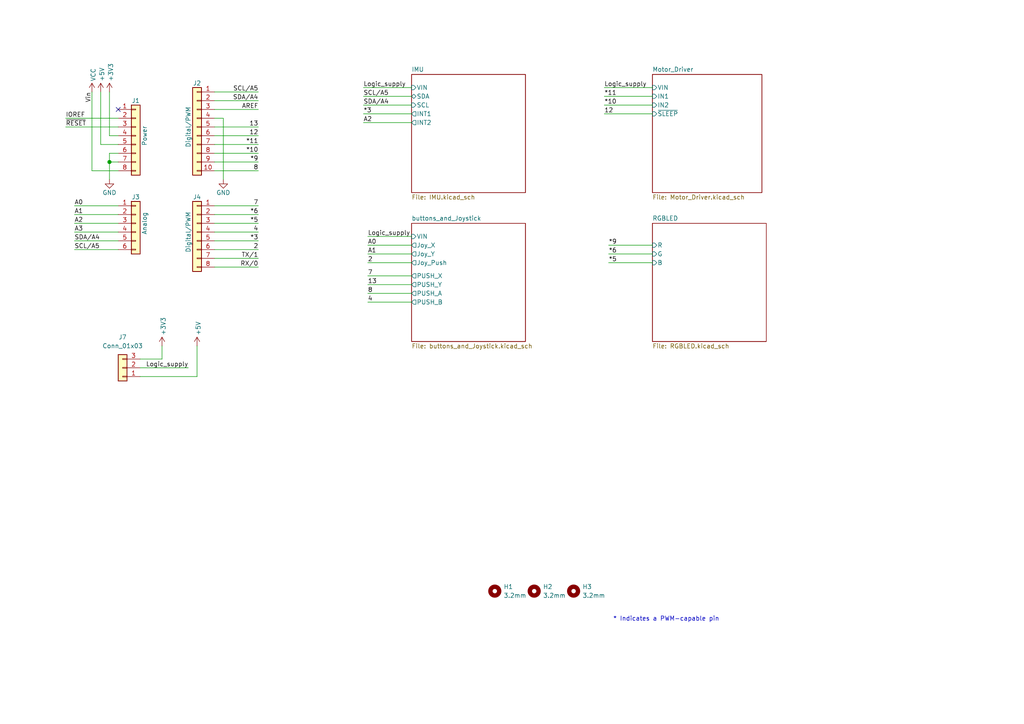
<source format=kicad_sch>
(kicad_sch (version 20231120) (generator "eeschema") (generator_version "8.0")
  (paper "A4")
  (title_block (date "mar. 31 mars 2015"))
  (lib_symbols
    (symbol "Connector_Generic:Conn_01x03" (pin_names (offset 1.016) hide)
      (property "Reference" "J" (at 0 5.08 0))
      (property "Value" "Conn_01x03" (at 0 -5.08 0))
      (symbol "Conn_01x03_1_1"
        (rectangle (start -1.27 -2.413) (end 0 -2.667) (stroke (width 0.1524)))
        (rectangle (start -1.27 0.127) (end 0 -0.127) (stroke (width 0.1524)))
        (rectangle (start -1.27 2.667) (end 0 2.413) (stroke (width 0.1524)))
        (rectangle (start -1.27 3.81) (end 1.27 -3.81) (stroke (width 0.254)) (fill (type background)))
        (pin passive line (at -5.08 2.54 0) (length 3.81) (name "Pin_1") (number "1"))
        (pin passive line (at -5.08 0 0) (length 3.81) (name "Pin_2") (number "2"))
        (pin passive line (at -5.08 -2.54 0) (length 3.81) (name "Pin_3") (number "3"))
      )
    )
    (symbol "Connector_Generic:Conn_01x06" (pin_names (offset 1.016) hide)
      (property "Reference" "J" (at 0 7.62 0))
      (property "Value" "Conn_01x06" (at 0 -10.16 0))
      (symbol "Conn_01x06_1_1"
        (rectangle (start -1.27 -7.493) (end 0 -7.747) (stroke (width 0.1524)))
        (rectangle (start -1.27 -4.953) (end 0 -5.207) (stroke (width 0.1524)))
        (rectangle (start -1.27 -2.413) (end 0 -2.667) (stroke (width 0.1524)))
        (rectangle (start -1.27 0.127) (end 0 -0.127) (stroke (width 0.1524)))
        (rectangle (start -1.27 2.667) (end 0 2.413) (stroke (width 0.1524)))
        (rectangle (start -1.27 5.207) (end 0 4.953) (stroke (width 0.1524)))
        (rectangle (start -1.27 6.35) (end 1.27 -8.89) (stroke (width 0.254)) (fill (type background)))
        (pin passive line (at -5.08 5.08 0) (length 3.81) (name "Pin_1") (number "1"))
        (pin passive line (at -5.08 2.54 0) (length 3.81) (name "Pin_2") (number "2"))
        (pin passive line (at -5.08 0 0) (length 3.81) (name "Pin_3") (number "3"))
        (pin passive line (at -5.08 -2.54 0) (length 3.81) (name "Pin_4") (number "4"))
        (pin passive line (at -5.08 -5.08 0) (length 3.81) (name "Pin_5") (number "5"))
        (pin passive line (at -5.08 -7.62 0) (length 3.81) (name "Pin_6") (number "6"))
      )
    )
    (symbol "Connector_Generic:Conn_01x08" (pin_names (offset 1.016) hide)
      (property "Reference" "J" (at 0 10.16 0))
      (property "Value" "Conn_01x08" (at 0 -12.7 0))
      (symbol "Conn_01x08_1_1"
        (rectangle (start -1.27 -10.033) (end 0 -10.287) (stroke (width 0.1524)))
        (rectangle (start -1.27 -7.493) (end 0 -7.747) (stroke (width 0.1524)))
        (rectangle (start -1.27 -4.953) (end 0 -5.207) (stroke (width 0.1524)))
        (rectangle (start -1.27 -2.413) (end 0 -2.667) (stroke (width 0.1524)))
        (rectangle (start -1.27 0.127) (end 0 -0.127) (stroke (width 0.1524)))
        (rectangle (start -1.27 2.667) (end 0 2.413) (stroke (width 0.1524)))
        (rectangle (start -1.27 5.207) (end 0 4.953) (stroke (width 0.1524)))
        (rectangle (start -1.27 7.747) (end 0 7.493) (stroke (width 0.1524)))
        (rectangle (start -1.27 8.89) (end 1.27 -11.43) (stroke (width 0.254)) (fill (type background)))
        (pin passive line (at -5.08 7.62 0) (length 3.81) (name "Pin_1") (number "1"))
        (pin passive line (at -5.08 5.08 0) (length 3.81) (name "Pin_2") (number "2"))
        (pin passive line (at -5.08 2.54 0) (length 3.81) (name "Pin_3") (number "3"))
        (pin passive line (at -5.08 0 0) (length 3.81) (name "Pin_4") (number "4"))
        (pin passive line (at -5.08 -2.54 0) (length 3.81) (name "Pin_5") (number "5"))
        (pin passive line (at -5.08 -5.08 0) (length 3.81) (name "Pin_6") (number "6"))
        (pin passive line (at -5.08 -7.62 0) (length 3.81) (name "Pin_7") (number "7"))
        (pin passive line (at -5.08 -10.16 0) (length 3.81) (name "Pin_8") (number "8"))
      )
    )
    (symbol "Connector_Generic:Conn_01x10" (pin_names (offset 1.016) hide)
      (property "Reference" "J" (at 0 12.7 0))
      (property "Value" "Conn_01x10" (at 0 -15.24 0))
      (symbol "Conn_01x10_1_1"
        (rectangle (start -1.27 -12.573) (end 0 -12.827) (stroke (width 0.1524)))
        (rectangle (start -1.27 -10.033) (end 0 -10.287) (stroke (width 0.1524)))
        (rectangle (start -1.27 -7.493) (end 0 -7.747) (stroke (width 0.1524)))
        (rectangle (start -1.27 -4.953) (end 0 -5.207) (stroke (width 0.1524)))
        (rectangle (start -1.27 -2.413) (end 0 -2.667) (stroke (width 0.1524)))
        (rectangle (start -1.27 0.127) (end 0 -0.127) (stroke (width 0.1524)))
        (rectangle (start -1.27 2.667) (end 0 2.413) (stroke (width 0.1524)))
        (rectangle (start -1.27 5.207) (end 0 4.953) (stroke (width 0.1524)))
        (rectangle (start -1.27 7.747) (end 0 7.493) (stroke (width 0.1524)))
        (rectangle (start -1.27 10.287) (end 0 10.033) (stroke (width 0.1524)))
        (rectangle (start -1.27 11.43) (end 1.27 -13.97) (stroke (width 0.254)) (fill (type background)))
        (pin passive line (at -5.08 10.16 0) (length 3.81) (name "Pin_1") (number "1"))
        (pin passive line (at -5.08 -12.7 0) (length 3.81) (name "Pin_10") (number "10"))
        (pin passive line (at -5.08 7.62 0) (length 3.81) (name "Pin_2") (number "2"))
        (pin passive line (at -5.08 5.08 0) (length 3.81) (name "Pin_3") (number "3"))
        (pin passive line (at -5.08 2.54 0) (length 3.81) (name "Pin_4") (number "4"))
        (pin passive line (at -5.08 0 0) (length 3.81) (name "Pin_5") (number "5"))
        (pin passive line (at -5.08 -2.54 0) (length 3.81) (name "Pin_6") (number "6"))
        (pin passive line (at -5.08 -5.08 0) (length 3.81) (name "Pin_7") (number "7"))
        (pin passive line (at -5.08 -7.62 0) (length 3.81) (name "Pin_8") (number "8"))
        (pin passive line (at -5.08 -10.16 0) (length 3.81) (name "Pin_9") (number "9"))
      )
    )
    (symbol "Mechanical:MountingHole" (pin_names (offset 1.016)) (exclude_from_sim yes) (in_bom no)
      (property "Reference" "H" (at 0 5.08 0))
      (property "Value" "MountingHole" (at 0 3.175 0))
      (symbol "MountingHole_0_1"
        (circle (center 0 0) (radius 1.27) (stroke (width 1.27)))
      )
    )
    (symbol "power:+3V3" (power) (pin_names (offset 0))
      (property "Value" "+3V3" (at 0 3.556 0))
      (symbol "+3V3_0_1"
        (polyline (pts (xy -0.762 1.27) (xy 0 2.54)))
        (polyline (pts (xy 0 0) (xy 0 2.54)))
        (polyline (pts (xy 0 2.54) (xy 0.762 1.27)))
      )
      (symbol "+3V3_1_1"
        (pin power_in line (at 0 0 90) (length 0) hide (name "+3V3") (number "1"))
      )
    )
    (symbol "power:+5V" (power) (pin_names (offset 0))
      (property "Value" "+5V" (at 0 3.556 0))
      (symbol "+5V_0_1"
        (polyline (pts (xy -0.762 1.27) (xy 0 2.54)))
        (polyline (pts (xy 0 0) (xy 0 2.54)))
        (polyline (pts (xy 0 2.54) (xy 0.762 1.27)))
      )
      (symbol "+5V_1_1"
        (pin power_in line (at 0 0 90) (length 0) hide (name "+5V") (number "1"))
      )
    )
    (symbol "power:GND" (power) (pin_names (offset 0))
      (property "Value" "GND" (at 0 -3.81 0))
      (symbol "GND_0_1"
        (polyline (pts (xy 0 0) (xy 0 -1.27) (xy 1.27 -1.27) (xy 0 -2.54) (xy -1.27 -1.27) (xy 0 -1.27)))
      )
      (symbol "GND_1_1"
        (pin power_in line (at 0 0 270) (length 0) hide (name "GND") (number "1"))
      )
    )
    (symbol "power:VCC" (power) (pin_names (offset 0))
      (property "Value" "VCC" (at 0 3.81 0))
      (symbol "VCC_0_1"
        (polyline (pts (xy -0.762 1.27) (xy 0 2.54)))
        (polyline (pts (xy 0 0) (xy 0 2.54)))
        (polyline (pts (xy 0 2.54) (xy 0.762 1.27)))
      )
      (symbol "VCC_1_1"
        (pin power_in line (at 0 0 90) (length 0) hide (name "VCC") (number "1"))
      )
    )
  )
  (junction (at 31.75 46.99) (diameter 1.016))
  (no_connect (at 34.29 31.75))
  (wire (pts (xy 62.23 77.47) (xy 74.93 77.47)))
  (wire (pts (xy 189.23 73.66) (xy 176.53 73.66)))
  (wire (pts (xy 119.38 82.55) (xy 106.68 82.55)))
  (wire (pts (xy 189.23 71.12) (xy 176.53 71.12)))
  (wire (pts (xy 62.23 44.45) (xy 74.93 44.45)))
  (wire (pts (xy 62.23 26.67) (xy 74.93 26.67)))
  (wire (pts (xy 105.41 35.56) (xy 119.38 35.56)))
  (wire (pts (xy 31.75 44.45) (xy 31.75 46.99)))
  (wire (pts (xy 21.59 72.39) (xy 34.29 72.39)))
  (wire (pts (xy 119.38 27.94) (xy 105.41 27.94)))
  (wire (pts (xy 31.75 46.99) (xy 31.75 52.07)))
  (wire (pts (xy 31.75 39.37) (xy 34.29 39.37)))
  (wire (pts (xy 29.21 41.91) (xy 34.29 41.91)))
  (wire (pts (xy 57.15 100.33) (xy 57.15 109.22)))
  (wire (pts (xy 106.68 68.58) (xy 119.38 68.58)))
  (wire (pts (xy 29.21 26.67) (xy 29.21 41.91)))
  (wire (pts (xy 62.23 36.83) (xy 74.93 36.83)))
  (wire (pts (xy 31.75 26.67) (xy 31.75 39.37)))
  (wire (pts (xy 62.23 59.69) (xy 74.93 59.69)))
  (wire (pts (xy 34.29 59.69) (xy 21.59 59.69)))
  (wire (pts (xy 62.23 39.37) (xy 74.93 39.37)))
  (wire (pts (xy 62.23 62.23) (xy 74.93 62.23)))
  (wire (pts (xy 105.41 25.4) (xy 119.38 25.4)))
  (wire (pts (xy 62.23 46.99) (xy 74.93 46.99)))
  (wire (pts (xy 40.64 106.68) (xy 54.61 106.68)))
  (wire (pts (xy 62.23 67.31) (xy 74.93 67.31)))
  (wire (pts (xy 19.05 34.29) (xy 34.29 34.29)))
  (wire (pts (xy 46.99 104.14) (xy 40.64 104.14)))
  (wire (pts (xy 64.77 34.29) (xy 64.77 52.07)))
  (wire (pts (xy 62.23 31.75) (xy 74.93 31.75)))
  (wire (pts (xy 34.29 64.77) (xy 21.59 64.77)))
  (wire (pts (xy 19.05 36.83) (xy 34.29 36.83)))
  (wire (pts (xy 34.29 46.99) (xy 31.75 46.99)))
  (wire (pts (xy 175.26 25.4) (xy 189.23 25.4)))
  (wire (pts (xy 119.38 33.02) (xy 105.41 33.02)))
  (wire (pts (xy 119.38 76.2) (xy 106.68 76.2)))
  (wire (pts (xy 119.38 87.63) (xy 106.68 87.63)))
  (wire (pts (xy 34.29 49.53) (xy 26.67 49.53)))
  (wire (pts (xy 21.59 62.23) (xy 34.29 62.23)))
  (wire (pts (xy 119.38 80.01) (xy 106.68 80.01)))
  (wire (pts (xy 106.68 73.66) (xy 119.38 73.66)))
  (wire (pts (xy 62.23 34.29) (xy 64.77 34.29)))
  (wire (pts (xy 34.29 44.45) (xy 31.75 44.45)))
  (wire (pts (xy 189.23 76.2) (xy 176.53 76.2)))
  (wire (pts (xy 62.23 41.91) (xy 74.93 41.91)))
  (wire (pts (xy 189.23 27.94) (xy 175.26 27.94)))
  (wire (pts (xy 119.38 71.12) (xy 106.68 71.12)))
  (wire (pts (xy 62.23 64.77) (xy 74.93 64.77)))
  (wire (pts (xy 21.59 67.31) (xy 34.29 67.31)))
  (wire (pts (xy 119.38 85.09) (xy 106.68 85.09)))
  (wire (pts (xy 46.99 100.33) (xy 46.99 104.14)))
  (wire (pts (xy 62.23 29.21) (xy 74.93 29.21)))
  (wire (pts (xy 62.23 72.39) (xy 74.93 72.39)))
  (wire (pts (xy 62.23 69.85) (xy 74.93 69.85)))
  (wire (pts (xy 57.15 109.22) (xy 40.64 109.22)))
  (wire (pts (xy 189.23 30.48) (xy 175.26 30.48)))
  (wire (pts (xy 62.23 74.93) (xy 74.93 74.93)))
  (wire (pts (xy 26.67 49.53) (xy 26.67 26.67)))
  (wire (pts (xy 119.38 30.48) (xy 105.41 30.48)))
  (wire (pts (xy 34.29 69.85) (xy 21.59 69.85)))
  (wire (pts (xy 62.23 49.53) (xy 74.93 49.53)))
  (wire (pts (xy 189.23 33.02) (xy 175.26 33.02)))
  (text "* Indicates a PWM-capable pin" (at 177.8 180.34 0) (effects (font (size 1.27 1.27)) (justify left bottom)))
  (label "RX{slash}0" (at 74.93 77.47 180))
  (label "A2" (at 21.59 64.77 0))
  (label "4" (at 74.93 67.31 180))
  (label "8" (at 106.68 85.09 0))
  (label "7" (at 106.68 80.01 0))
  (label "2" (at 74.93 72.39 180))
  (label "*3" (at 105.41 33.02 0))
  (label "A3" (at 21.59 67.31 0))
  (label "13" (at 74.93 36.83 180))
  (label "SCL{slash}A5" (at 105.41 27.94 0))
  (label "*11" (at 175.26 27.94 0))
  (label "12" (at 74.93 39.37 180))
  (label "13" (at 106.68 82.55 0))
  (label "~{RESET}" (at 19.05 36.83 0))
  (label "*10" (at 74.93 44.45 180))
  (label "Logic_supply" (at 106.68 68.58 0))
  (label "*5" (at 176.53 76.2 0))
  (label "*6" (at 176.53 73.66 0))
  (label "Logic_supply" (at 54.61 106.68 180))
  (label "7" (at 74.93 59.69 180))
  (label "SDA{slash}A4" (at 74.93 29.21 180))
  (label "8" (at 74.93 49.53 180))
  (label "12" (at 175.26 33.02 0))
  (label "*11" (at 74.93 41.91 180))
  (label "*3" (at 74.93 69.85 180))
  (label "SDA{slash}A4" (at 105.41 30.48 0))
  (label "*10" (at 175.26 30.48 0))
  (label "A1" (at 21.59 62.23 0))
  (label "TX{slash}1" (at 74.93 74.93 180))
  (label "A0" (at 21.59 59.69 0))
  (label "AREF" (at 74.93 31.75 180))
  (label "Logic_supply" (at 105.41 25.4 0))
  (label "Vin" (at 26.67 26.67 270))
  (label "*6" (at 74.93 62.23 180))
  (label "SCL{slash}A5" (at 74.93 26.67 180))
  (label "*9" (at 74.93 46.99 180))
  (label "A0" (at 106.68 71.12 0))
  (label "*5" (at 74.93 64.77 180))
  (label "A1" (at 106.68 73.66 0))
  (label "IOREF" (at 19.05 34.29 0))
  (label "*9" (at 176.53 71.12 0))
  (label "SDA{slash}A4" (at 21.59 69.85 0))
  (label "SCL{slash}A5" (at 21.59 72.39 0))
  (label "2" (at 106.68 76.2 0))
  (label "4" (at 106.68 87.63 0))
  (label "A2" (at 105.41 35.56 0))
  (label "Logic_supply" (at 175.26 25.4 0))
  (symbol (lib_id "Connector_Generic:Conn_01x08") (at 39.37 39.37 0) (unit 1)
    (property "Reference" "J1" (at 39.37 29.21 0))
    (property "Value" "Power" (at 41.91 39.37 90))
    (property "Footprint" "Connector_PinSocket_2.54mm:PinSocket_1x08_P2.54mm_Vertical" (effects (hide yes)))
    (property "Datasheet" "https://www.lcsc.com/datasheet/lcsc_datasheet_2409302300_XFCN-PZ254V-11-08P_C492407.pdf" (effects (hide yes)))
    (property "MPN" "PZ254V-11-08P" (effects (hide yes)))
  )
  (symbol (lib_id "power:+3V3") (at 31.75 26.67 0) (unit 1)
    (property "Reference" "#PWR03" (effects (hide yes)))
    (property "Value" "+3V3" (at 32.131 23.622 90) (effects (justify left)))
  )
  (symbol (lib_id "power:+5V") (at 29.21 26.67 0) (unit 1)
    (property "Reference" "#PWR02" (effects (hide yes)))
    (property "Value" "+5V" (at 29.5656 23.622 90) (effects (justify left)))
  )
  (symbol (lib_id "power:GND") (at 31.75 52.07 0) (unit 1)
    (property "Reference" "#PWR04" (effects (hide yes)))
    (property "Value" "GND" (at 31.75 55.88 0))
  )
  (symbol (lib_id "Connector_Generic:Conn_01x10") (at 57.15 36.83 0) (mirror y) (unit 1)
    (property "Reference" "J2" (at 57.15 24.13 0))
    (property "Value" "Digital/PWM" (at 54.61 36.83 90))
    (property "Footprint" "Connector_PinSocket_2.54mm:PinSocket_1x10_P2.54mm_Vertical" (effects (hide yes)))
    (property "Datasheet" "https://www.lcsc.com/datasheet/lcsc_datasheet_2409302300_XFCN-PZ254V-11-10P_C492409.pdf" (effects (hide yes)))
    (property "MPN" "PZ254V-11-10P" (effects (hide yes)))
  )
  (symbol (lib_id "power:GND") (at 64.77 52.07 0) (unit 1)
    (property "Reference" "#PWR05" (effects (hide yes)))
    (property "Value" "GND" (at 64.77 55.88 0))
  )
  (symbol (lib_id "Connector_Generic:Conn_01x06") (at 39.37 64.77 0) (unit 1)
    (property "Reference" "J3" (at 39.37 57.15 0))
    (property "Value" "Analog" (at 41.91 64.77 90))
    (property "Footprint" "Connector_PinSocket_2.54mm:PinSocket_1x06_P2.54mm_Vertical" (effects (hide yes)))
    (property "Datasheet" "https://www.lcsc.com/datasheet/lcsc_datasheet_2312301326_Hanbo-Electronic-HB-PH3-25416PB2GOP_C6332199.pdf" (effects (hide yes)))
    (property "MPN" "HB-PH3-25416PB2GOP" (effects (hide yes)))
  )
  (symbol (lib_id "Connector_Generic:Conn_01x08") (at 57.15 67.31 0) (mirror y) (unit 1)
    (property "Reference" "J4" (at 57.15 57.15 0))
    (property "Value" "Digital/PWM" (at 54.61 67.31 90))
    (property "Footprint" "Connector_PinSocket_2.54mm:PinSocket_1x08_P2.54mm_Vertical" (effects (hide yes)))
    (property "Datasheet" "https://www.lcsc.com/datasheet/lcsc_datasheet_2409302300_XFCN-PZ254V-11-08P_C492407.pdf" (effects (hide yes)))
    (property "MPN" "PZ254V-11-08P" (effects (hide yes)))
  )
  (symbol (lib_id "Mechanical:MountingHole") (at 143.51 171.45 0) (unit 1) (exclude_from_sim yes) (in_bom no)
    (property "Reference" "H1" (at 146.05 170.1799 0) (effects (justify left)))
    (property "Value" "3.2mm" (at 146.05 172.7199 0) (effects (justify left)))
    (property "Footprint" "MountingHole:MountingHole_3.2mm_M3" (effects (hide yes)))
    (property "Description" "Mounting Hole without connection" (effects (hide yes)))
  )
  (symbol (lib_id "power:VCC") (at 26.67 26.67 0) (unit 1)
    (property "Reference" "#PWR01" (effects (hide yes)))
    (property "Value" "VCC" (at 27.051 23.622 90) (effects (justify left)))
  )
  (symbol (lib_id "Mechanical:MountingHole") (at 154.94 171.45 0) (unit 1) (exclude_from_sim yes) (in_bom no)
    (property "Reference" "H2" (at 157.48 170.1799 0) (effects (justify left)))
    (property "Value" "3.2mm" (at 157.48 172.7199 0) (effects (justify left)))
    (property "Footprint" "MountingHole:MountingHole_3.2mm_M3" (effects (hide yes)))
    (property "Description" "Mounting Hole without connection" (effects (hide yes)))
  )
  (symbol (lib_id "power:+5V") (at 57.15 100.33 0) (unit 1)
    (property "Reference" "#PWR024" (effects (hide yes)))
    (property "Value" "+5V" (at 57.5056 97.282 90) (effects (justify left)))
  )
  (symbol (lib_id "power:+3V3") (at 46.99 100.33 0) (unit 1)
    (property "Reference" "#PWR022" (effects (hide yes)))
    (property "Value" "+3V3" (at 47.371 97.282 90) (effects (justify left)))
  )
  (symbol (lib_id "Mechanical:MountingHole") (at 166.37 171.45 0) (unit 1) (exclude_from_sim yes) (in_bom no)
    (property "Reference" "H3" (at 168.91 170.1799 0) (effects (justify left)))
    (property "Value" "3.2mm" (at 168.91 172.7199 0) (effects (justify left)))
    (property "Footprint" "MountingHole:MountingHole_3.2mm_M3" (effects (hide yes)))
    (property "Description" "Mounting Hole without connection" (effects (hide yes)))
  )
  (symbol (lib_id "Connector_Generic:Conn_01x03") (at 35.56 106.68 180) (unit 1)
    (property "Reference" "J7" (at 35.56 97.79 0))
    (property "Value" "Conn_01x03" (at 35.56 100.33 0))
    (property "Footprint" "Connector_PinHeader_2.54mm:PinHeader_1x03_P2.54mm_Vertical" (effects (hide yes)))
    (property "Datasheet" "https://www.lcsc.com/datasheet/lcsc_datasheet_2212121130_BOOMELE-Boom-Precision-Elec-2-54-1-3P_C49257.pdf" (effects (hide yes)))
    (property "Description" "Generic connector, single row, 01x03, script generated (kicad-library-utils/schlib/autogen/connector/)" (effects (hide yes)))
    (property "MPN" "2.54-1*3P" (effects (hide yes)))
  )
  (sheet (at 119.38 64.77) (size 33.02 34.29) (stroke (width 0.1524))
    (property "Sheetname" "buttons_and_Joystick " (at 119.38 64.0584 0) (effects (justify left bottom)))
    (property "Sheetfile" "buttons_and_Joystick.kicad_sch" (at 119.38 99.6446 0) (effects (justify left top)))
    (pin "Joy_Y" output (at 119.38 73.66 180))
    (pin "Joy_X" output (at 119.38 71.12 180))
    (pin "Joy_Push" output (at 119.38 76.2 180))
    (pin "PUSH_X" output (at 119.38 80.01 180))
    (pin "PUSH_A" output (at 119.38 85.09 180))
    (pin "PUSH_Y" output (at 119.38 82.55 180))
    (pin "PUSH_B" output (at 119.38 87.63 180))
    (pin "VIN" input (at 119.38 68.58 180))
  )
  (sheet (at 119.38 21.59) (size 33.02 34.29) (stroke (width 0.1524))
    (property "Sheetname" "IMU" (at 119.38 20.8784 0) (effects (justify left bottom)))
    (property "Sheetfile" "IMU.kicad_sch" (at 119.38 56.4646 0) (effects (justify left top)))
    (pin "INT1" output (at 119.38 33.02 180))
    (pin "INT2" output (at 119.38 35.56 180))
    (pin "SCL" input (at 119.38 30.48 180))
    (pin "SDA" bidirectional (at 119.38 27.94 180))
    (pin "VIN" input (at 119.38 25.4 180))
  )
  (sheet (at 189.23 21.59) (size 31.75 34.29) (stroke (width 0.1524))
    (property "Sheetname" "Motor_Driver" (at 189.23 20.8784 0) (effects (justify left bottom)))
    (property "Sheetfile" "Motor_Driver.kicad_sch" (at 189.23 56.4646 0) (effects (justify left top)))
    (pin "IN2" input (at 189.23 30.48 180))
    (pin "IN1" input (at 189.23 27.94 180))
    (pin "~{SLEEP}" input (at 189.23 33.02 180))
    (pin "VIN" input (at 189.23 25.4 180))
  )
  (sheet (at 189.23 64.77) (size 33.02 34.29) (stroke (width 0.1524))
    (property "Sheetname" "RGBLED" (at 189.23 64.0584 0) (effects (justify left bottom)))
    (property "Sheetfile" "RGBLED.kicad_sch" (at 189.23 99.6446 0) (effects (justify left top)))
    (pin "G" input (at 189.23 73.66 180))
    (pin "B" input (at 189.23 76.2 180))
    (pin "R" input (at 189.23 71.12 180))
  )
)
</source>
